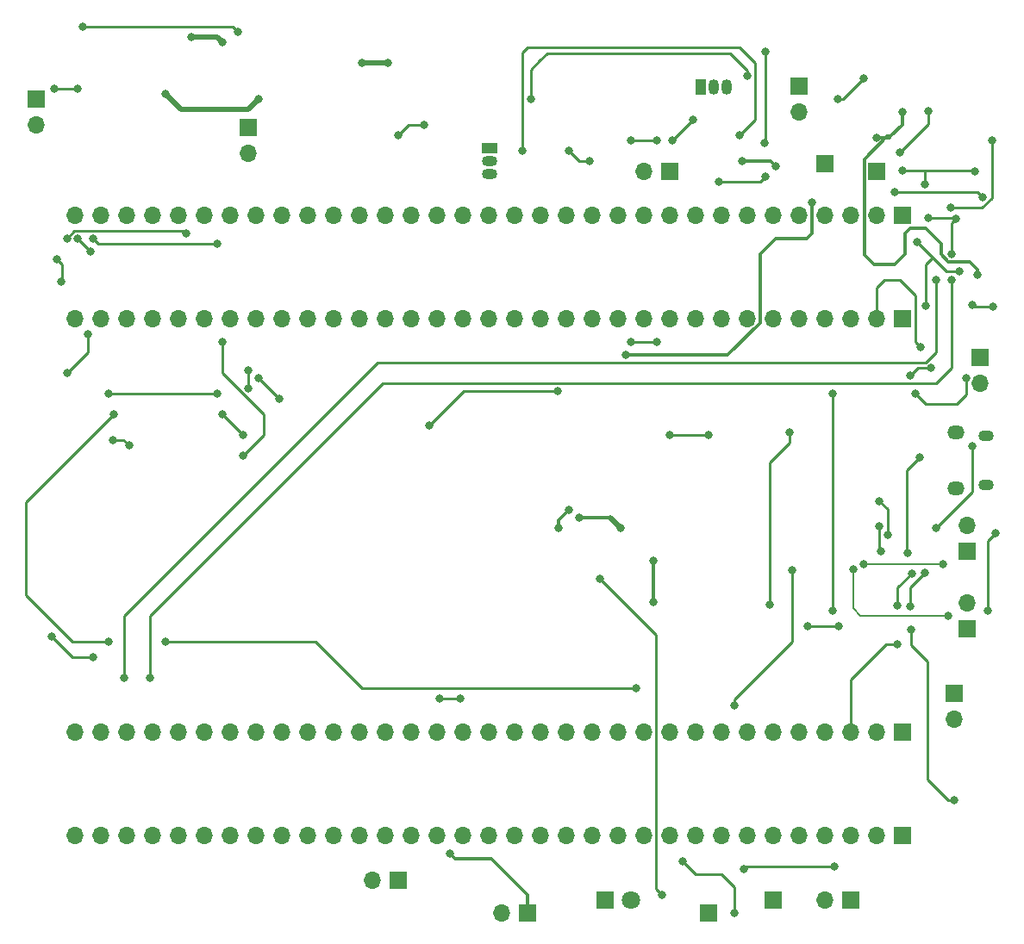
<source format=gbr>
%TF.GenerationSoftware,KiCad,Pcbnew,(6.0.4)*%
%TF.CreationDate,2022-04-22T00:13:30+02:00*%
%TF.ProjectId,main,6d61696e-2e6b-4696-9361-645f70636258,rev?*%
%TF.SameCoordinates,Original*%
%TF.FileFunction,Copper,L2,Bot*%
%TF.FilePolarity,Positive*%
%FSLAX46Y46*%
G04 Gerber Fmt 4.6, Leading zero omitted, Abs format (unit mm)*
G04 Created by KiCad (PCBNEW (6.0.4)) date 2022-04-22 00:13:30*
%MOMM*%
%LPD*%
G01*
G04 APERTURE LIST*
%TA.AperFunction,ComponentPad*%
%ADD10R,1.700000X1.700000*%
%TD*%
%TA.AperFunction,ComponentPad*%
%ADD11O,1.700000X1.700000*%
%TD*%
%TA.AperFunction,ComponentPad*%
%ADD12O,1.500000X1.100000*%
%TD*%
%TA.AperFunction,ComponentPad*%
%ADD13O,1.700000X1.350000*%
%TD*%
%TA.AperFunction,ComponentPad*%
%ADD14R,1.500000X1.050000*%
%TD*%
%TA.AperFunction,ComponentPad*%
%ADD15O,1.500000X1.050000*%
%TD*%
%TA.AperFunction,ComponentPad*%
%ADD16R,1.800000X1.800000*%
%TD*%
%TA.AperFunction,ComponentPad*%
%ADD17C,1.800000*%
%TD*%
%TA.AperFunction,ComponentPad*%
%ADD18R,1.050000X1.500000*%
%TD*%
%TA.AperFunction,ComponentPad*%
%ADD19O,1.050000X1.500000*%
%TD*%
%TA.AperFunction,ViaPad*%
%ADD20C,0.800000*%
%TD*%
%TA.AperFunction,Conductor*%
%ADD21C,0.250000*%
%TD*%
%TA.AperFunction,Conductor*%
%ADD22C,0.500000*%
%TD*%
%TA.AperFunction,Conductor*%
%ADD23C,0.300000*%
%TD*%
%TA.AperFunction,Conductor*%
%ADD24C,0.200000*%
%TD*%
G04 APERTURE END LIST*
D10*
%TO.P,JP4,1,A*%
%TO.N,Net-(JP4-Pad1)*%
X170185000Y-145415000D03*
D11*
%TO.P,JP4,2,B*%
%TO.N,/PA10*%
X167645000Y-145415000D03*
%TD*%
D10*
%TO.P,TP7,1,1*%
%TO.N,/PB8*%
X217170000Y-75692000D03*
%TD*%
%TO.P,TP11,1,1*%
%TO.N,/PB9*%
X212090000Y-74930000D03*
%TD*%
%TO.P,JP11,1,A*%
%TO.N,Net-(JP11-Pad1)*%
X182880000Y-148590000D03*
D11*
%TO.P,JP11,2,B*%
%TO.N,/PA9*%
X180340000Y-148590000D03*
%TD*%
D10*
%TO.P,TP9,1,1*%
%TO.N,/PB6*%
X200660000Y-148590000D03*
%TD*%
%TO.P,JP9,1,A*%
%TO.N,Net-(D12-Pad2)*%
X196855000Y-75692000D03*
D11*
%TO.P,JP9,2,B*%
%TO.N,/Power/P-*%
X194315000Y-75692000D03*
%TD*%
D10*
%TO.P,TP8,1,1*%
%TO.N,/PB7*%
X207010000Y-147320000D03*
%TD*%
%TO.P,J2,1,Pin_1*%
%TO.N,+3V0*%
X219710000Y-90170000D03*
D11*
%TO.P,J2,2,Pin_2*%
%TO.N,GND*%
X217170000Y-90170000D03*
%TO.P,J2,3,Pin_3*%
%TO.N,/VBAT*%
X214630000Y-90170000D03*
%TO.P,J2,4,Pin_4*%
%TO.N,/PC13*%
X212090000Y-90170000D03*
%TO.P,J2,5,Pin_5*%
%TO.N,/PC14*%
X209550000Y-90170000D03*
%TO.P,J2,6,Pin_6*%
%TO.N,/PC15*%
X207010000Y-90170000D03*
%TO.P,J2,7,Pin_7*%
%TO.N,/PF0*%
X204470000Y-90170000D03*
%TO.P,J2,8,Pin_8*%
%TO.N,/PF1*%
X201930000Y-90170000D03*
%TO.P,J2,9,Pin_9*%
%TO.N,GND*%
X199390000Y-90170000D03*
%TO.P,J2,10,Pin_10*%
%TO.N,/NRST*%
X196850000Y-90170000D03*
%TO.P,J2,11,Pin_11*%
%TO.N,/PC0*%
X194310000Y-90170000D03*
%TO.P,J2,12,Pin_12*%
%TO.N,/PC1*%
X191770000Y-90170000D03*
%TO.P,J2,13,Pin_13*%
%TO.N,/PC2*%
X189230000Y-90170000D03*
%TO.P,J2,14,Pin_14*%
%TO.N,/PC3*%
X186690000Y-90170000D03*
%TO.P,J2,15,Pin_15*%
%TO.N,/PA0*%
X184150000Y-90170000D03*
%TO.P,J2,16,Pin_16*%
%TO.N,/PA1*%
X181610000Y-90170000D03*
%TO.P,J2,17,Pin_17*%
%TO.N,/PA2*%
X179070000Y-90170000D03*
%TO.P,J2,18,Pin_18*%
%TO.N,/PA3*%
X176530000Y-90170000D03*
%TO.P,J2,19,Pin_19*%
%TO.N,/PF4*%
X173990000Y-90170000D03*
%TO.P,J2,20,Pin_20*%
%TO.N,/PF5*%
X171450000Y-90170000D03*
%TO.P,J2,21,Pin_21*%
%TO.N,/PA4*%
X168910000Y-90170000D03*
%TO.P,J2,22,Pin_22*%
%TO.N,/PA5*%
X166370000Y-90170000D03*
%TO.P,J2,23,Pin_23*%
%TO.N,/PA6*%
X163830000Y-90170000D03*
%TO.P,J2,24,Pin_24*%
%TO.N,/PA7*%
X161290000Y-90170000D03*
%TO.P,J2,25,Pin_25*%
%TO.N,/PC4*%
X158750000Y-90170000D03*
%TO.P,J2,26,Pin_26*%
%TO.N,/PC5*%
X156210000Y-90170000D03*
%TO.P,J2,27,Pin_27*%
%TO.N,/PB0*%
X153670000Y-90170000D03*
%TO.P,J2,28,Pin_28*%
%TO.N,/PB1*%
X151130000Y-90170000D03*
%TO.P,J2,29,Pin_29*%
%TO.N,/PB2*%
X148590000Y-90170000D03*
%TO.P,J2,30,Pin_30*%
%TO.N,/PB10*%
X146050000Y-90170000D03*
%TO.P,J2,31,Pin_31*%
%TO.N,/PB11*%
X143510000Y-90170000D03*
%TO.P,J2,32,Pin_32*%
%TO.N,/PB12*%
X140970000Y-90170000D03*
%TO.P,J2,33,Pin_33*%
%TO.N,GND*%
X138430000Y-90170000D03*
%TD*%
D10*
%TO.P,JP2,1,A*%
%TO.N,Net-(C1-Pad1)*%
X214630000Y-147320000D03*
D11*
%TO.P,JP2,2,B*%
%TO.N,+3V3*%
X212090000Y-147320000D03*
%TD*%
D10*
%TO.P,JP5,1,A*%
%TO.N,Net-(J5-Pad3)*%
X226060000Y-120650000D03*
D11*
%TO.P,JP5,2,B*%
%TO.N,/Power/USB_DP*%
X226060000Y-118110000D03*
%TD*%
D12*
%TO.P,J5,6,Shield*%
%TO.N,Net-(J5-Pad5)*%
X227945000Y-106535000D03*
D13*
X224945000Y-106845000D03*
D12*
X227945000Y-101695000D03*
D13*
X224945000Y-101385000D03*
%TD*%
D10*
%TO.P,J1,1,Pin_1*%
%TO.N,+3V0*%
X219710000Y-80010000D03*
D11*
%TO.P,J1,2,Pin_2*%
%TO.N,GND*%
X217170000Y-80010000D03*
%TO.P,J1,3,Pin_3*%
%TO.N,/VBAT*%
X214630000Y-80010000D03*
%TO.P,J1,4,Pin_4*%
%TO.N,/PC13*%
X212090000Y-80010000D03*
%TO.P,J1,5,Pin_5*%
%TO.N,/PC14*%
X209550000Y-80010000D03*
%TO.P,J1,6,Pin_6*%
%TO.N,/PC15*%
X207010000Y-80010000D03*
%TO.P,J1,7,Pin_7*%
%TO.N,/PF0*%
X204470000Y-80010000D03*
%TO.P,J1,8,Pin_8*%
%TO.N,/PF1*%
X201930000Y-80010000D03*
%TO.P,J1,9,Pin_9*%
%TO.N,GND*%
X199390000Y-80010000D03*
%TO.P,J1,10,Pin_10*%
%TO.N,/NRST*%
X196850000Y-80010000D03*
%TO.P,J1,11,Pin_11*%
%TO.N,/PC0*%
X194310000Y-80010000D03*
%TO.P,J1,12,Pin_12*%
%TO.N,/PC1*%
X191770000Y-80010000D03*
%TO.P,J1,13,Pin_13*%
%TO.N,/PC2*%
X189230000Y-80010000D03*
%TO.P,J1,14,Pin_14*%
%TO.N,/PC3*%
X186690000Y-80010000D03*
%TO.P,J1,15,Pin_15*%
%TO.N,/PA0*%
X184150000Y-80010000D03*
%TO.P,J1,16,Pin_16*%
%TO.N,/PA1*%
X181610000Y-80010000D03*
%TO.P,J1,17,Pin_17*%
%TO.N,/PA2*%
X179070000Y-80010000D03*
%TO.P,J1,18,Pin_18*%
%TO.N,/PA3*%
X176530000Y-80010000D03*
%TO.P,J1,19,Pin_19*%
%TO.N,/PF4*%
X173990000Y-80010000D03*
%TO.P,J1,20,Pin_20*%
%TO.N,/PF5*%
X171450000Y-80010000D03*
%TO.P,J1,21,Pin_21*%
%TO.N,/PA4*%
X168910000Y-80010000D03*
%TO.P,J1,22,Pin_22*%
%TO.N,/PA5*%
X166370000Y-80010000D03*
%TO.P,J1,23,Pin_23*%
%TO.N,/PA6*%
X163830000Y-80010000D03*
%TO.P,J1,24,Pin_24*%
%TO.N,/PA7*%
X161290000Y-80010000D03*
%TO.P,J1,25,Pin_25*%
%TO.N,/PC4*%
X158750000Y-80010000D03*
%TO.P,J1,26,Pin_26*%
%TO.N,/PC5*%
X156210000Y-80010000D03*
%TO.P,J1,27,Pin_27*%
%TO.N,/PB0*%
X153670000Y-80010000D03*
%TO.P,J1,28,Pin_28*%
%TO.N,/PB1*%
X151130000Y-80010000D03*
%TO.P,J1,29,Pin_29*%
%TO.N,/PB2*%
X148590000Y-80010000D03*
%TO.P,J1,30,Pin_30*%
%TO.N,/PB10*%
X146050000Y-80010000D03*
%TO.P,J1,31,Pin_31*%
%TO.N,/PB11*%
X143510000Y-80010000D03*
%TO.P,J1,32,Pin_32*%
%TO.N,/PB12*%
X140970000Y-80010000D03*
%TO.P,J1,33,Pin_33*%
%TO.N,GND*%
X138430000Y-80010000D03*
%TD*%
D14*
%TO.P,Q1,1,S*%
%TO.N,GND*%
X179213000Y-73406000D03*
D15*
%TO.P,Q1,2,G*%
%TO.N,Net-(Q1-Pad2)*%
X179213000Y-74676000D03*
%TO.P,Q1,3,D*%
%TO.N,Net-(D12-Pad1)*%
X179213000Y-75946000D03*
%TD*%
D10*
%TO.P,JP7,1,A*%
%TO.N,Net-(J5-Pad1)*%
X224790000Y-127000000D03*
D11*
%TO.P,JP7,2,B*%
%TO.N,Net-(D13-Pad2)*%
X224790000Y-129540000D03*
%TD*%
D10*
%TO.P,JP6,1,A*%
%TO.N,Net-(J5-Pad2)*%
X226060000Y-113030000D03*
D11*
%TO.P,JP6,2,B*%
%TO.N,/Power/USB_DN*%
X226060000Y-110490000D03*
%TD*%
D16*
%TO.P,Q3,1,C*%
%TO.N,Net-(C1-Pad1)*%
X190500000Y-147320000D03*
D17*
%TO.P,Q3,2,E*%
%TO.N,/PC0*%
X193040000Y-147320000D03*
%TD*%
D18*
%TO.P,Q2,1,S*%
%TO.N,Net-(D12-Pad2)*%
X199898000Y-67416000D03*
D19*
%TO.P,Q2,2,G*%
%TO.N,Net-(Q2-Pad2)*%
X201168000Y-67416000D03*
%TO.P,Q2,3,D*%
%TO.N,Net-(D12-Pad1)*%
X202438000Y-67416000D03*
%TD*%
D10*
%TO.P,J4,1,Pin_1*%
%TO.N,+5V*%
X219710000Y-140970000D03*
D11*
%TO.P,J4,2,Pin_2*%
%TO.N,GND*%
X217170000Y-140970000D03*
%TO.P,J4,3,Pin_3*%
%TO.N,/PB9*%
X214630000Y-140970000D03*
%TO.P,J4,4,Pin_4*%
%TO.N,/PB8*%
X212090000Y-140970000D03*
%TO.P,J4,5,Pin_5*%
%TO.N,+3V3*%
X209550000Y-140970000D03*
%TO.P,J4,6,Pin_6*%
%TO.N,/BOOT*%
X207010000Y-140970000D03*
%TO.P,J4,7,Pin_7*%
%TO.N,/PB7*%
X204470000Y-140970000D03*
%TO.P,J4,8,Pin_8*%
%TO.N,/PB6*%
X201930000Y-140970000D03*
%TO.P,J4,9,Pin_9*%
%TO.N,/PB5*%
X199390000Y-140970000D03*
%TO.P,J4,10,Pin_10*%
%TO.N,/PB4*%
X196850000Y-140970000D03*
%TO.P,J4,11,Pin_11*%
%TO.N,/PB3*%
X194310000Y-140970000D03*
%TO.P,J4,12,Pin_12*%
%TO.N,/PD2*%
X191770000Y-140970000D03*
%TO.P,J4,13,Pin_13*%
%TO.N,/PC12*%
X189230000Y-140970000D03*
%TO.P,J4,14,Pin_14*%
%TO.N,/PC11*%
X186690000Y-140970000D03*
%TO.P,J4,15,Pin_15*%
%TO.N,/PC10*%
X184150000Y-140970000D03*
%TO.P,J4,16,Pin_16*%
%TO.N,/PA15*%
X181610000Y-140970000D03*
%TO.P,J4,17,Pin_17*%
%TO.N,/PA14*%
X179070000Y-140970000D03*
%TO.P,J4,18,Pin_18*%
%TO.N,/PF7*%
X176530000Y-140970000D03*
%TO.P,J4,19,Pin_19*%
%TO.N,/PF6*%
X173990000Y-140970000D03*
%TO.P,J4,20,Pin_20*%
%TO.N,/PA13*%
X171450000Y-140970000D03*
%TO.P,J4,21,Pin_21*%
%TO.N,/PA12*%
X168910000Y-140970000D03*
%TO.P,J4,22,Pin_22*%
%TO.N,/PA11*%
X166370000Y-140970000D03*
%TO.P,J4,23,Pin_23*%
%TO.N,/PA10*%
X163830000Y-140970000D03*
%TO.P,J4,24,Pin_24*%
%TO.N,/PA9*%
X161290000Y-140970000D03*
%TO.P,J4,25,Pin_25*%
%TO.N,/PA8*%
X158750000Y-140970000D03*
%TO.P,J4,26,Pin_26*%
%TO.N,/PC9*%
X156210000Y-140970000D03*
%TO.P,J4,27,Pin_27*%
%TO.N,/PC8*%
X153670000Y-140970000D03*
%TO.P,J4,28,Pin_28*%
%TO.N,/PC7*%
X151130000Y-140970000D03*
%TO.P,J4,29,Pin_29*%
%TO.N,/PC6*%
X148590000Y-140970000D03*
%TO.P,J4,30,Pin_30*%
%TO.N,/PB15*%
X146050000Y-140970000D03*
%TO.P,J4,31,Pin_31*%
%TO.N,/PB14*%
X143510000Y-140970000D03*
%TO.P,J4,32,Pin_32*%
%TO.N,/PB13*%
X140970000Y-140970000D03*
%TO.P,J4,33,Pin_33*%
%TO.N,GND*%
X138430000Y-140970000D03*
%TD*%
D10*
%TO.P,JP1,1,A*%
%TO.N,/Power/3.3VDD*%
X209550000Y-67310000D03*
D11*
%TO.P,JP1,2,B*%
%TO.N,Net-(C5-Pad1)*%
X209550000Y-69850000D03*
%TD*%
D10*
%TO.P,JP8,1,A*%
%TO.N,/Power/VoutPol*%
X134620000Y-68580000D03*
D11*
%TO.P,JP8,2,B*%
%TO.N,Net-(JP8-Pad2)*%
X134620000Y-71120000D03*
%TD*%
D10*
%TO.P,JP3,1,A*%
%TO.N,GND*%
X227330000Y-93980000D03*
D11*
%TO.P,JP3,2,B*%
%TO.N,Net-(J5-Pad5)*%
X227330000Y-96520000D03*
%TD*%
D10*
%TO.P,J3,1,Pin_1*%
%TO.N,+5V*%
X219710000Y-130810000D03*
D11*
%TO.P,J3,2,Pin_2*%
%TO.N,GND*%
X217170000Y-130810000D03*
%TO.P,J3,3,Pin_3*%
%TO.N,/PB9*%
X214630000Y-130810000D03*
%TO.P,J3,4,Pin_4*%
%TO.N,/PB8*%
X212090000Y-130810000D03*
%TO.P,J3,5,Pin_5*%
%TO.N,+3V3*%
X209550000Y-130810000D03*
%TO.P,J3,6,Pin_6*%
%TO.N,/BOOT*%
X207010000Y-130810000D03*
%TO.P,J3,7,Pin_7*%
%TO.N,/PB7*%
X204470000Y-130810000D03*
%TO.P,J3,8,Pin_8*%
%TO.N,/PB6*%
X201930000Y-130810000D03*
%TO.P,J3,9,Pin_9*%
%TO.N,/PB5*%
X199390000Y-130810000D03*
%TO.P,J3,10,Pin_10*%
%TO.N,/PB4*%
X196850000Y-130810000D03*
%TO.P,J3,11,Pin_11*%
%TO.N,/PB3*%
X194310000Y-130810000D03*
%TO.P,J3,12,Pin_12*%
%TO.N,/PD2*%
X191770000Y-130810000D03*
%TO.P,J3,13,Pin_13*%
%TO.N,/PC12*%
X189230000Y-130810000D03*
%TO.P,J3,14,Pin_14*%
%TO.N,/PC11*%
X186690000Y-130810000D03*
%TO.P,J3,15,Pin_15*%
%TO.N,/PC10*%
X184150000Y-130810000D03*
%TO.P,J3,16,Pin_16*%
%TO.N,/PA15*%
X181610000Y-130810000D03*
%TO.P,J3,17,Pin_17*%
%TO.N,/PA14*%
X179070000Y-130810000D03*
%TO.P,J3,18,Pin_18*%
%TO.N,/PF7*%
X176530000Y-130810000D03*
%TO.P,J3,19,Pin_19*%
%TO.N,/PF6*%
X173990000Y-130810000D03*
%TO.P,J3,20,Pin_20*%
%TO.N,/PA13*%
X171450000Y-130810000D03*
%TO.P,J3,21,Pin_21*%
%TO.N,/PA12*%
X168910000Y-130810000D03*
%TO.P,J3,22,Pin_22*%
%TO.N,/PA11*%
X166370000Y-130810000D03*
%TO.P,J3,23,Pin_23*%
%TO.N,/PA10*%
X163830000Y-130810000D03*
%TO.P,J3,24,Pin_24*%
%TO.N,/PA9*%
X161290000Y-130810000D03*
%TO.P,J3,25,Pin_25*%
%TO.N,/PA8*%
X158750000Y-130810000D03*
%TO.P,J3,26,Pin_26*%
%TO.N,/PC9*%
X156210000Y-130810000D03*
%TO.P,J3,27,Pin_27*%
%TO.N,/PC8*%
X153670000Y-130810000D03*
%TO.P,J3,28,Pin_28*%
%TO.N,/PC7*%
X151130000Y-130810000D03*
%TO.P,J3,29,Pin_29*%
%TO.N,/PC6*%
X148590000Y-130810000D03*
%TO.P,J3,30,Pin_30*%
%TO.N,/PB15*%
X146050000Y-130810000D03*
%TO.P,J3,31,Pin_31*%
%TO.N,/PB14*%
X143510000Y-130810000D03*
%TO.P,J3,32,Pin_32*%
%TO.N,/PB13*%
X140970000Y-130810000D03*
%TO.P,J3,33,Pin_33*%
%TO.N,GND*%
X138430000Y-130810000D03*
%TD*%
D10*
%TO.P,JP10,1,A*%
%TO.N,/Power/VoutBat*%
X155448000Y-71369000D03*
D11*
%TO.P,JP10,2,B*%
%TO.N,GND*%
X155448000Y-73909000D03*
%TD*%
D20*
%TO.N,GND*%
X166624000Y-65024000D03*
X222508299Y-95000299D03*
X139700000Y-91715500D03*
X137668000Y-95504000D03*
X220472000Y-95795500D03*
X173228000Y-100685600D03*
X220980000Y-97536000D03*
X207264000Y-75184000D03*
X193040000Y-92456000D03*
X228600000Y-88954500D03*
X185826400Y-97282000D03*
X139958299Y-83570299D03*
X226568000Y-88845500D03*
X169164000Y-65024000D03*
X225984170Y-95981668D03*
X138688299Y-82300299D03*
X221492299Y-92968299D03*
X195580000Y-92456000D03*
X137130500Y-86564500D03*
X136652000Y-84328000D03*
X203999500Y-74676000D03*
%TO.N,/PC0*%
X200660000Y-101600000D03*
X189992000Y-115785700D03*
X196850000Y-101600000D03*
X196088000Y-146812000D03*
%TO.N,/PB0*%
X152400000Y-82804000D03*
X140208000Y-82296000D03*
%TO.N,/PB1*%
X149352000Y-81788000D03*
X137668000Y-82296000D03*
X154940000Y-103632000D03*
X152908000Y-92456000D03*
%TO.N,/PB10*%
X158496000Y-98044000D03*
X156464000Y-96012000D03*
%TO.N,/PB11*%
X152908000Y-99568000D03*
X154940000Y-101600000D03*
%TO.N,/PB9*%
X217170000Y-72390000D03*
X219252800Y-118414800D03*
X219710000Y-69850000D03*
X227076000Y-85852000D03*
X220624400Y-115265200D03*
X221386400Y-103835200D03*
X219202000Y-122224800D03*
X220218000Y-113182400D03*
%TO.N,/PB8*%
X212852000Y-97536000D03*
X212852000Y-118872000D03*
X219760800Y-75641200D03*
X221128101Y-82647301D03*
X225298000Y-85547200D03*
X221996000Y-88900000D03*
X221945200Y-76999500D03*
X226822000Y-75692000D03*
%TO.N,/PB7*%
X142240000Y-99568000D03*
X193548000Y-126492000D03*
X141732000Y-121920000D03*
X147320000Y-121920000D03*
%TO.N,/PB6*%
X136144000Y-121412000D03*
X174244000Y-127508000D03*
X203200000Y-148590000D03*
X176276000Y-127508000D03*
X140208000Y-123444000D03*
X198120000Y-143510000D03*
%TO.N,/PB15*%
X219506800Y-73812400D03*
X224536000Y-86360000D03*
X222250000Y-80264000D03*
X224942400Y-80365600D03*
X222250000Y-69748400D03*
X145796000Y-125476000D03*
X224536000Y-83820000D03*
%TO.N,/PB14*%
X228498400Y-72694800D03*
X223012000Y-86360000D03*
X224434400Y-79298800D03*
X143256000Y-125476000D03*
%TO.N,Net-(C5-Pad1)*%
X185928000Y-110744000D03*
X227584000Y-78232000D03*
X210820000Y-78740000D03*
X213360000Y-68580000D03*
X215900000Y-66548000D03*
X192532000Y-93763500D03*
X218948000Y-77724000D03*
X186944000Y-108978500D03*
%TO.N,Net-(D8-Pad2)*%
X141732000Y-97536000D03*
X152400000Y-97536000D03*
X155448000Y-95287500D03*
X155452299Y-97023701D03*
%TO.N,Net-(D9-Pad2)*%
X143764000Y-102616000D03*
X142214201Y-102082201D03*
%TO.N,Net-(C3-Pad1)*%
X206197200Y-72948800D03*
X206298800Y-63957200D03*
X201676000Y-76708000D03*
X206248000Y-76200000D03*
%TO.N,/Power/3.3VDD*%
X172720000Y-71120000D03*
X204507500Y-66344800D03*
X183235600Y-68580000D03*
X170180000Y-72136000D03*
%TO.N,+3V3*%
X187960000Y-109728000D03*
X192024000Y-110744000D03*
X195224400Y-118059200D03*
X195224400Y-113995200D03*
%TO.N,Net-(D12-Pad2)*%
X199136000Y-70612000D03*
X195580000Y-72644000D03*
X193040000Y-72644000D03*
X197104000Y-72644000D03*
%TO.N,Net-(D12-Pad1)*%
X188976000Y-74676000D03*
X186944000Y-73660000D03*
%TO.N,Net-(Q1-Pad2)*%
X203708000Y-72136000D03*
X182372000Y-73660000D03*
%TO.N,/Power/pin1*%
X139192000Y-61468000D03*
X154432000Y-61976000D03*
%TO.N,Net-(C1-Pad1)*%
X208635600Y-101346000D03*
X204114400Y-144322800D03*
X213461600Y-120446800D03*
X206705200Y-118313200D03*
X213004400Y-144018000D03*
X210413600Y-120396000D03*
%TO.N,/Power/USB_DP*%
X214884000Y-114808000D03*
X224244500Y-119380000D03*
%TO.N,/Power/USB_DN*%
X215900000Y-114300000D03*
X223736500Y-114300000D03*
%TO.N,/Power/VoutPol*%
X138684000Y-67564000D03*
X136426500Y-67564000D03*
%TO.N,/Power/VoutBat*%
X149860000Y-62484000D03*
X152908000Y-62992000D03*
%TO.N,Net-(J5-Pad1)*%
X226568000Y-102677002D03*
X223012000Y-110744000D03*
%TO.N,Net-(J5-Pad3)*%
X228092000Y-118872000D03*
X228891500Y-111247701D03*
%TO.N,/Power/Vbus*%
X221894400Y-115163600D03*
X220573600Y-120751600D03*
X224790000Y-137540000D03*
X147320000Y-68072000D03*
X156464000Y-68580000D03*
X220472000Y-118465600D03*
%TO.N,Net-(JP4-Pad1)*%
X203194483Y-128215874D03*
X208915000Y-114935000D03*
%TO.N,Net-(JP11-Pad1)*%
X175260000Y-142748000D03*
%TO.N,Net-(R6-Pad2)*%
X217474800Y-108102400D03*
X218287600Y-111455200D03*
%TO.N,Net-(R22-Pad2)*%
X217576400Y-113080800D03*
X217474800Y-110591600D03*
%TD*%
D21*
%TO.N,GND*%
X221267201Y-95000299D02*
X220472000Y-95795500D01*
X226677000Y-88954500D02*
X226568000Y-88845500D01*
X217932000Y-86360000D02*
X219456000Y-86360000D01*
X217170000Y-87122000D02*
X217932000Y-86360000D01*
X220980000Y-92456000D02*
X221492299Y-92968299D01*
X137160000Y-85344000D02*
X137160000Y-86535000D01*
D22*
X166624000Y-65024000D02*
X169164000Y-65024000D01*
D23*
X206756000Y-74676000D02*
X203999500Y-74676000D01*
D21*
X225044000Y-98552000D02*
X225984170Y-97611830D01*
X137668000Y-95504000D02*
X139700000Y-93472000D01*
X176631600Y-97282000D02*
X173228000Y-100685600D01*
X222508299Y-95000299D02*
X221267201Y-95000299D01*
X195580000Y-92456000D02*
X193040000Y-92456000D01*
X220980000Y-87884000D02*
X220980000Y-90424000D01*
X137160000Y-86535000D02*
X137130500Y-86564500D01*
X220980000Y-90424000D02*
X220980000Y-92456000D01*
X225984170Y-97611830D02*
X225984170Y-95981668D01*
X220980000Y-97536000D02*
X221996000Y-98552000D01*
X136652000Y-84328000D02*
X137160000Y-84836000D01*
X137160000Y-84836000D02*
X137160000Y-85344000D01*
X185826400Y-97282000D02*
X176631600Y-97282000D01*
X217170000Y-90170000D02*
X217170000Y-87122000D01*
X221996000Y-98552000D02*
X225044000Y-98552000D01*
X219456000Y-86360000D02*
X220980000Y-87884000D01*
D23*
X207264000Y-75184000D02*
X206756000Y-74676000D01*
D21*
X228600000Y-88954500D02*
X226677000Y-88954500D01*
X139700000Y-93472000D02*
X139700000Y-91715500D01*
X138688299Y-82300299D02*
X139958299Y-83570299D01*
%TO.N,/PC0*%
X195484511Y-121278211D02*
X189992000Y-115785700D01*
X195484511Y-146208511D02*
X195484511Y-121278211D01*
X196088000Y-146812000D02*
X195484511Y-146208511D01*
X196850000Y-101600000D02*
X200660000Y-101600000D01*
%TO.N,/PB0*%
X152400000Y-82804000D02*
X140716000Y-82804000D01*
X140716000Y-82804000D02*
X140208000Y-82296000D01*
%TO.N,/PB1*%
X154940000Y-103632000D02*
X156972000Y-101600000D01*
X138392511Y-81571489D02*
X149135489Y-81571489D01*
X156972000Y-101092000D02*
X156972000Y-99568000D01*
X137668000Y-82296000D02*
X138392511Y-81571489D01*
X154940000Y-97536000D02*
X152908000Y-95504000D01*
X152908000Y-95504000D02*
X152908000Y-92456000D01*
X156972000Y-99568000D02*
X154940000Y-97536000D01*
X149135489Y-81571489D02*
X149352000Y-81788000D01*
X156972000Y-101600000D02*
X156972000Y-101092000D01*
%TO.N,/PB10*%
X158496000Y-98044000D02*
X156464000Y-96012000D01*
%TO.N,/PB11*%
X152908000Y-99568000D02*
X154940000Y-101600000D01*
D23*
%TO.N,/PB9*%
X215970489Y-74492489D02*
X215970489Y-83890489D01*
X216916000Y-84836000D02*
X218948000Y-84836000D01*
X218567000Y-72263000D02*
X219710000Y-71120000D01*
X226301511Y-84569511D02*
X227076000Y-85344000D01*
D21*
X220116400Y-105105200D02*
X220116400Y-112420400D01*
X219252800Y-116636800D02*
X219252800Y-118414800D01*
D23*
X218567000Y-72263000D02*
X218199978Y-72263000D01*
X219710000Y-71120000D02*
X219710000Y-69850000D01*
D21*
X220624400Y-115265200D02*
X219252800Y-116636800D01*
D23*
X218948000Y-84836000D02*
X219964000Y-83820000D01*
X221996000Y-81280000D02*
X223520000Y-82804000D01*
X223520000Y-82804000D02*
X223520000Y-83863970D01*
X219964000Y-83820000D02*
X219964000Y-81788000D01*
X221488000Y-81280000D02*
X221996000Y-81280000D01*
X224225541Y-84569511D02*
X226301511Y-84569511D01*
X215970489Y-83890489D02*
X216916000Y-84836000D01*
D21*
X220167200Y-113182400D02*
X220218000Y-113182400D01*
D23*
X220472000Y-81280000D02*
X221488000Y-81280000D01*
X227076000Y-85344000D02*
X227076000Y-85852000D01*
D21*
X221386400Y-103835200D02*
X220116400Y-105105200D01*
D23*
X223520000Y-83863970D02*
X224225541Y-84569511D01*
X218440000Y-72390000D02*
X218567000Y-72263000D01*
X217170000Y-72390000D02*
X218440000Y-72390000D01*
D21*
X220116400Y-112420400D02*
X220116400Y-113131600D01*
X218084400Y-122224800D02*
X214630000Y-125679200D01*
X214630000Y-125679200D02*
X214630000Y-130810000D01*
D23*
X219964000Y-81788000D02*
X220472000Y-81280000D01*
D21*
X219202000Y-122224800D02*
X218084400Y-122224800D01*
X220116400Y-113131600D02*
X220167200Y-113182400D01*
D23*
X218199978Y-72263000D02*
X215970489Y-74492489D01*
D21*
%TO.N,/PB8*%
X221945200Y-76999500D02*
X221945200Y-75641200D01*
X225298000Y-85547200D02*
X224028000Y-85547200D01*
X219760800Y-75641200D02*
X221945200Y-75641200D01*
X222656400Y-84175600D02*
X221128101Y-82647301D01*
X224028000Y-85547200D02*
X222656400Y-84175600D01*
X226771200Y-75641200D02*
X226822000Y-75692000D01*
X221945200Y-75641200D02*
X226771200Y-75641200D01*
X221996000Y-84836000D02*
X222656400Y-84175600D01*
X212852000Y-118872000D02*
X212852000Y-97536000D01*
X221996000Y-88900000D02*
X221996000Y-84836000D01*
%TO.N,/PB7*%
X133604000Y-108204000D02*
X133604000Y-117348000D01*
X166624000Y-126492000D02*
X193548000Y-126492000D01*
X162052000Y-121920000D02*
X166624000Y-126492000D01*
X147320000Y-121920000D02*
X162052000Y-121920000D01*
X138176000Y-121920000D02*
X141732000Y-121920000D01*
X133604000Y-117348000D02*
X138176000Y-121920000D01*
X142240000Y-99568000D02*
X133604000Y-108204000D01*
%TO.N,/PB6*%
X136144000Y-121412000D02*
X138176000Y-123444000D01*
X203200000Y-146050000D02*
X203200000Y-148590000D01*
X198120000Y-143510000D02*
X199390000Y-144780000D01*
X199390000Y-144780000D02*
X201930000Y-144780000D01*
X138176000Y-123444000D02*
X140208000Y-123444000D01*
X174244000Y-127508000D02*
X176276000Y-127508000D01*
X201930000Y-144780000D02*
X203200000Y-146050000D01*
%TO.N,/PB15*%
X224840800Y-80264000D02*
X222250000Y-80264000D01*
X223012000Y-96520000D02*
X224536000Y-94996000D01*
X168656000Y-96520000D02*
X223012000Y-96520000D01*
X222250000Y-71069200D02*
X222250000Y-69748400D01*
X224942400Y-80365600D02*
X224840800Y-80264000D01*
X219506800Y-73812400D02*
X222250000Y-71069200D01*
X224536000Y-80772000D02*
X224942400Y-80365600D01*
X224536000Y-83820000D02*
X224536000Y-80772000D01*
X145796000Y-119380000D02*
X168656000Y-96520000D01*
X145796000Y-125476000D02*
X145796000Y-119380000D01*
X224536000Y-94996000D02*
X224536000Y-86360000D01*
%TO.N,/PB14*%
X228498400Y-78342214D02*
X227541814Y-79298800D01*
X221996000Y-94488000D02*
X223012000Y-93472000D01*
X228498400Y-72694800D02*
X228498400Y-78342214D01*
X168148000Y-94488000D02*
X221996000Y-94488000D01*
X143256000Y-119380000D02*
X168148000Y-94488000D01*
X143256000Y-125476000D02*
X143256000Y-119380000D01*
X223012000Y-93472000D02*
X223012000Y-86360000D01*
X227541814Y-79298800D02*
X224434400Y-79298800D01*
D23*
%TO.N,Net-(C5-Pad1)*%
X207264000Y-82296000D02*
X210312000Y-82296000D01*
D21*
X215900000Y-66548000D02*
X213868000Y-68580000D01*
D23*
X192532000Y-93763500D02*
X202572866Y-93763500D01*
X210820000Y-81788000D02*
X210820000Y-78740000D01*
X202572866Y-93763500D02*
X205740000Y-90596366D01*
D21*
X213868000Y-68580000D02*
X213360000Y-68580000D01*
D23*
X206248000Y-83312000D02*
X207264000Y-82296000D01*
D21*
X227076000Y-77724000D02*
X227584000Y-78232000D01*
D23*
X210312000Y-82296000D02*
X210820000Y-81788000D01*
X205740000Y-90596366D02*
X205740000Y-83820000D01*
D21*
X218948000Y-77724000D02*
X227076000Y-77724000D01*
D23*
X205740000Y-83820000D02*
X206248000Y-83312000D01*
X185928000Y-109994500D02*
X186944000Y-108978500D01*
X185928000Y-110744000D02*
X185928000Y-109994500D01*
D21*
%TO.N,Net-(D8-Pad2)*%
X155452299Y-95291799D02*
X155448000Y-95287500D01*
X141732000Y-97536000D02*
X152400000Y-97536000D01*
X155452299Y-97023701D02*
X155452299Y-95291799D01*
%TO.N,Net-(D9-Pad2)*%
X142214201Y-102082201D02*
X143230201Y-102082201D01*
X143230201Y-102082201D02*
X143764000Y-102616000D01*
%TO.N,Net-(C3-Pad1)*%
X206298800Y-63957200D02*
X206298800Y-72847200D01*
X205740000Y-76708000D02*
X201676000Y-76708000D01*
X206298800Y-72847200D02*
X206197200Y-72948800D01*
X206248000Y-76200000D02*
X205740000Y-76708000D01*
%TO.N,/Power/3.3VDD*%
X171196000Y-71120000D02*
X172720000Y-71120000D01*
X202793600Y-64109600D02*
X204507500Y-65823500D01*
X183235600Y-68580000D02*
X183235600Y-65684400D01*
X183235600Y-65684400D02*
X184099200Y-64820800D01*
X170180000Y-72136000D02*
X171196000Y-71120000D01*
X184810400Y-64109600D02*
X202793600Y-64109600D01*
X184099200Y-64820800D02*
X184810400Y-64109600D01*
X204507500Y-65823500D02*
X204507500Y-66344800D01*
D23*
%TO.N,+3V3*%
X195224400Y-113995200D02*
X195224400Y-118059200D01*
X187960000Y-109728000D02*
X191008000Y-109728000D01*
D22*
X191008000Y-109728000D02*
X192024000Y-110744000D01*
D21*
%TO.N,Net-(D12-Pad2)*%
X193040000Y-72644000D02*
X195580000Y-72644000D01*
X199136000Y-70612000D02*
X197104000Y-72644000D01*
%TO.N,Net-(D12-Pad1)*%
X188976000Y-74676000D02*
X187960000Y-74676000D01*
X187960000Y-74676000D02*
X186944000Y-73660000D01*
%TO.N,Net-(Q1-Pad2)*%
X182880000Y-63500000D02*
X203708000Y-63500000D01*
X182372000Y-64008000D02*
X182880000Y-63500000D01*
X205232000Y-70612000D02*
X203708000Y-72136000D01*
X203708000Y-63500000D02*
X205232000Y-65024000D01*
X182372000Y-73660000D02*
X182372000Y-64008000D01*
X205232000Y-65024000D02*
X205232000Y-70612000D01*
%TO.N,/Power/pin1*%
X154432000Y-61976000D02*
X153924000Y-61468000D01*
X139192000Y-61468000D02*
X153924000Y-61468000D01*
%TO.N,Net-(C1-Pad1)*%
X206705200Y-118313200D02*
X206705200Y-104343200D01*
X204419200Y-144018000D02*
X213004400Y-144018000D01*
X213461600Y-120446800D02*
X210464400Y-120446800D01*
X206705200Y-104343200D02*
X208635600Y-102412800D01*
X210464400Y-120446800D02*
X210413600Y-120396000D01*
X208635600Y-102412800D02*
X208635600Y-101346000D01*
X204114400Y-144322800D02*
X204419200Y-144018000D01*
D24*
%TO.N,/Power/USB_DP*%
X224244500Y-119380000D02*
X215595200Y-119380000D01*
X215595200Y-119380000D02*
X214884000Y-118668800D01*
X214884000Y-118668800D02*
X214884000Y-114808000D01*
%TO.N,/Power/USB_DN*%
X215900000Y-114300000D02*
X223736500Y-114300000D01*
D21*
%TO.N,/Power/VoutPol*%
X138684000Y-67564000D02*
X136426500Y-67564000D01*
D22*
%TO.N,/Power/VoutBat*%
X149860000Y-62484000D02*
X152400000Y-62484000D01*
X152400000Y-62484000D02*
X152908000Y-62992000D01*
D21*
%TO.N,Net-(J5-Pad1)*%
X226568000Y-102677002D02*
X226568000Y-107188000D01*
X226568000Y-107188000D02*
X223012000Y-110744000D01*
%TO.N,Net-(J5-Pad3)*%
X228092000Y-112047201D02*
X228092000Y-118872000D01*
X228891500Y-111247701D02*
X228092000Y-112047201D01*
D22*
%TO.N,/Power/Vbus*%
X156464000Y-68580000D02*
X155448000Y-69596000D01*
D21*
X224255600Y-137540000D02*
X224790000Y-137540000D01*
X220573600Y-122275600D02*
X222199200Y-123901200D01*
D22*
X148844000Y-69596000D02*
X155448000Y-69596000D01*
D21*
X220573600Y-120751600D02*
X220573600Y-122275600D01*
X221894400Y-115163600D02*
X220472000Y-116586000D01*
X222199200Y-135483600D02*
X224255600Y-137540000D01*
X220472000Y-116586000D02*
X220472000Y-118465600D01*
D22*
X148844000Y-69596000D02*
X147320000Y-68072000D01*
D21*
X222199200Y-123901200D02*
X222199200Y-135483600D01*
%TO.N,Net-(JP4-Pad1)*%
X208915000Y-114935000D02*
X208915000Y-121920000D01*
X203200000Y-127635000D02*
X203200000Y-128210357D01*
X203200000Y-128210357D02*
X203194483Y-128215874D01*
X208915000Y-121920000D02*
X203200000Y-127635000D01*
D23*
%TO.N,Net-(JP11-Pad1)*%
X182880000Y-146812000D02*
X182880000Y-148590000D01*
X175260000Y-142748000D02*
X175768000Y-143256000D01*
X175768000Y-143256000D02*
X179324000Y-143256000D01*
X179324000Y-143256000D02*
X182880000Y-146812000D01*
D21*
%TO.N,Net-(R6-Pad2)*%
X218287600Y-111455200D02*
X218287600Y-108915200D01*
X218287600Y-108915200D02*
X217474800Y-108102400D01*
%TO.N,Net-(R22-Pad2)*%
X217474800Y-112979200D02*
X217474800Y-110591600D01*
X217576400Y-113080800D02*
X217474800Y-112979200D01*
%TD*%
M02*

</source>
